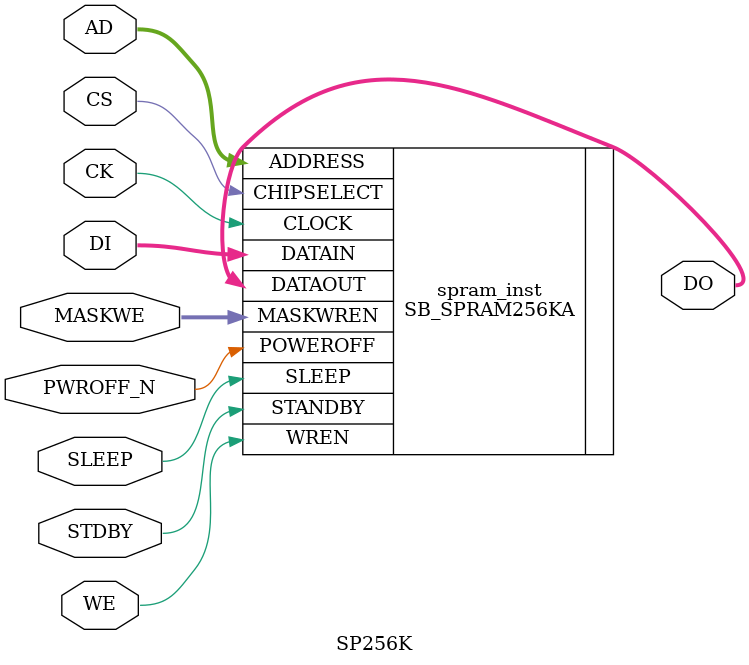
<source format=v>

module SP256K(
    input wire CK,
    input wire [13:0] AD,
    input wire [15:0] DI,
    output wire [15:0] DO,
    input wire [3:0] MASKWE,
    input wire WE,
    input wire CS,
    input wire STDBY,
    input wire SLEEP,
    input wire PWROFF_N
    );

`ifdef verilator
reg [15:0]mem[0:16383];
reg [15:0]data;

always @(posedge CK) begin
    if (WE)
        mem[AD] <= DI;
    else
        data <= mem[AD];
end

assign DO = data;
`else
SB_SPRAM256KA spram_inst(
    .CLOCK(CK),
    .ADDRESS(AD),
    .DATAIN(DI),
    .DATAOUT(DO),
    .MASKWREN(MASKWE),
    .WREN(WE),
    .CHIPSELECT(CS),
    .STANDBY(STDBY),
    .SLEEP(SLEEP),
    .POWEROFF(PWROFF_N)
    );
`endif
endmodule


</source>
